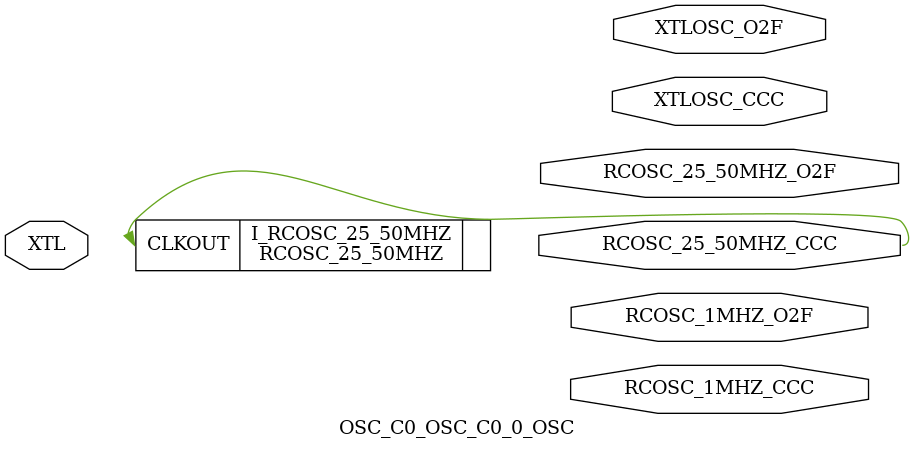
<source format=v>
`timescale 1 ns/100 ps


module OSC_C0_OSC_C0_0_OSC(
       XTL,
       RCOSC_25_50MHZ_CCC,
       RCOSC_25_50MHZ_O2F,
       RCOSC_1MHZ_CCC,
       RCOSC_1MHZ_O2F,
       XTLOSC_CCC,
       XTLOSC_O2F
    );
input  XTL;
output RCOSC_25_50MHZ_CCC;
output RCOSC_25_50MHZ_O2F;
output RCOSC_1MHZ_CCC;
output RCOSC_1MHZ_O2F;
output XTLOSC_CCC;
output XTLOSC_O2F;

    
    RCOSC_25_50MHZ #( .FREQUENCY(50.0) )  I_RCOSC_25_50MHZ (.CLKOUT(
        RCOSC_25_50MHZ_CCC));
    
endmodule

</source>
